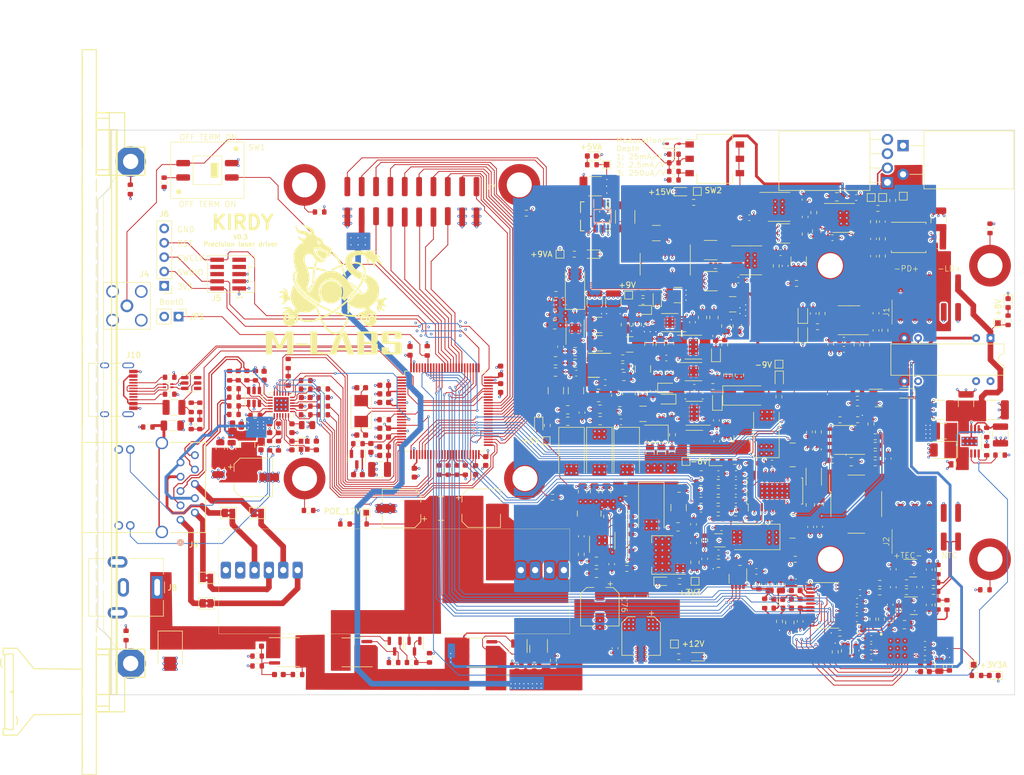
<source format=kicad_pcb>
(kicad_pcb (version 20221018) (generator pcbnew)

  (general
    (thickness 1.6)
  )

  (paper "A4")
  (layers
    (0 "F.Cu" jumper)
    (1 "In1.Cu" signal)
    (2 "In2.Cu" signal)
    (31 "B.Cu" signal)
    (32 "B.Adhes" user "B.Adhesive")
    (33 "F.Adhes" user "F.Adhesive")
    (34 "B.Paste" user)
    (35 "F.Paste" user)
    (36 "B.SilkS" user "B.Silkscreen")
    (37 "F.SilkS" user "F.Silkscreen")
    (38 "B.Mask" user)
    (39 "F.Mask" user)
    (40 "Dwgs.User" user "User.Drawings")
    (41 "Cmts.User" user "User.Comments")
    (42 "Eco1.User" user "User.Eco1")
    (43 "Eco2.User" user "User.Eco2")
    (44 "Edge.Cuts" user)
    (45 "Margin" user)
    (46 "B.CrtYd" user "B.Courtyard")
    (47 "F.CrtYd" user "F.Courtyard")
    (48 "B.Fab" user)
    (49 "F.Fab" user)
    (50 "User.1" user)
    (51 "User.2" user)
    (52 "User.3" user)
    (53 "User.4" user)
    (54 "User.5" user)
    (55 "User.6" user)
    (56 "User.7" user)
    (57 "User.8" user)
    (58 "User.9" user)
  )

  (setup
    (stackup
      (layer "F.SilkS" (type "Top Silk Screen"))
      (layer "F.Paste" (type "Top Solder Paste"))
      (layer "F.Mask" (type "Top Solder Mask") (thickness 0.01))
      (layer "F.Cu" (type "copper") (thickness 0.035))
      (layer "dielectric 1" (type "core") (thickness 0.48) (material "FR4") (epsilon_r 4.5) (loss_tangent 0.02))
      (layer "In1.Cu" (type "copper") (thickness 0.035))
      (layer "dielectric 2" (type "prepreg") (thickness 0.48) (material "FR4") (epsilon_r 4.5) (loss_tangent 0.02))
      (layer "In2.Cu" (type "copper") (thickness 0.035))
      (layer "dielectric 3" (type "core") (thickness 0.48) (material "FR4") (epsilon_r 4.5) (loss_tangent 0.02))
      (layer "B.Cu" (type "copper") (thickness 0.035))
      (layer "B.Mask" (type "Bottom Solder Mask") (thickness 0.01))
      (layer "B.Paste" (type "Bottom Solder Paste"))
      (layer "B.SilkS" (type "Bottom Silk Screen"))
      (copper_finish "ENIG")
      (dielectric_constraints no)
    )
    (pad_to_mask_clearance 0)
    (pcbplotparams
      (layerselection 0x00010fc_ffffffff)
      (plot_on_all_layers_selection 0x0000000_00000000)
      (disableapertmacros false)
      (usegerberextensions true)
      (usegerberattributes false)
      (usegerberadvancedattributes false)
      (creategerberjobfile true)
      (dashed_line_dash_ratio 12.000000)
      (dashed_line_gap_ratio 3.000000)
      (svgprecision 6)
      (plotframeref false)
      (viasonmask false)
      (mode 1)
      (useauxorigin false)
      (hpglpennumber 1)
      (hpglpenspeed 20)
      (hpglpendiameter 15.000000)
      (dxfpolygonmode true)
      (dxfimperialunits true)
      (dxfusepcbnewfont true)
      (psnegative false)
      (psa4output false)
      (plotreference false)
      (plotvalue false)
      (plotinvisibletext false)
      (sketchpadsonfab false)
      (subtractmaskfromsilk true)
      (outputformat 1)
      (mirror false)
      (drillshape 0)
      (scaleselection 1)
      (outputdirectory "gerbers")
    )
  )

  (net 0 "")
  (net 1 "+5VA")
  (net 2 "GND")
  (net 3 "Net-(U4-OUT)")
  (net 4 "Net-(U5--)")
  (net 5 "Net-(U3-VOUT_F)")
  (net 6 "Net-(C7-Pad2)")
  (net 7 "+9VA")
  (net 8 "-6V")
  (net 9 "+15V")
  (net 10 "Net-(U2-+)")
  (net 11 "Net-(U2--)")
  (net 12 "/MCU/PD_MON")
  (net 13 "Net-(C10-Pad1)")
  (net 14 "Net-(C10-Pad2)")
  (net 15 "Net-(C12-Pad1)")
  (net 16 "+3V3")
  (net 17 "Net-(U5-+)")
  (net 18 "Net-(Q2-G)")
  (net 19 "/MCU/VREF")
  (net 20 "+12V")
  (net 21 "Net-(C17-Pad2)")
  (net 22 "Net-(C24-Pad1)")
  (net 23 "Net-(C24-Pad2)")
  (net 24 "Net-(C27-Pad1)")
  (net 25 "/driveStage/PD_C")
  (net 26 "Net-(U7B-+)")
  (net 27 "-9V")
  (net 28 "IN")
  (net 29 "Net-(U9-VCAP_1)")
  (net 30 "Net-(U9-VCAP_2)")
  (net 31 "Net-(U9-PH0)")
  (net 32 "Net-(U9-PH1)")
  (net 33 "Net-(C51-Pad1)")
  (net 34 "/MCU/VDDA")
  (net 35 "Net-(U12-PGFB)")
  (net 36 "Net-(D5-A)")
  (net 37 "Net-(C81-Pad1)")
  (net 38 "Net-(D13-K)")
  (net 39 "Net-(U16-C+)")
  (net 40 "+9V")
  (net 41 "+8V")
  (net 42 "+3.3VA")
  (net 43 "/thermostat/DAC_REF")
  (net 44 "Net-(U16-C-)")
  (net 45 "Net-(D7-A)")
  (net 46 "Net-(D14-K)")
  (net 47 "/thermostat/MAXV")
  (net 48 "/thermostat/MAXIP")
  (net 49 "/thermostat/MAXIN")
  (net 50 "Net-(U11-EN{slash}UV)")
  (net 51 "Net-(U17-EN{slash}UV)")
  (net 52 "Net-(U13-EN{slash}UV)")
  (net 53 "/MCU/TEC_ISEN")
  (net 54 "Net-(U15-EN{slash}UV)")
  (net 55 "/thermostat/TEC_VREF")
  (net 56 "Net-(U14-EN{slash}UV)")
  (net 57 "Net-(U11-SET)")
  (net 58 "Net-(U17-SET)")
  (net 59 "+5V")
  (net 60 "Net-(U12-SET)")
  (net 61 "Net-(U13-SET)")
  (net 62 "Net-(U14-SET)")
  (net 63 "Net-(U15-SET)")
  (net 64 "Net-(C119-Pad1)")
  (net 65 "Net-(U19-CS)")
  (net 66 "Net-(U19-CTLI)")
  (net 67 "Net-(U19-OS2)")
  (net 68 "Net-(U19-COMP)")
  (net 69 "Net-(C132-Pad1)")
  (net 70 "Net-(U21-+)")
  (net 71 "Net-(C144-Pad2)")
  (net 72 "Net-(C145-Pad2)")
  (net 73 "/Ehternet/AVDDT_PHY")
  (net 74 "/Ehternet/ETH_SHIELD")
  (net 75 "Net-(U22-REFOUT)")
  (net 76 "Net-(C151-Pad2)")
  (net 77 "/MCU/RST")
  (net 78 "Net-(C152-Pad2)")
  (net 79 "/thermostat/TEC+")
  (net 80 "/thermostat/TEC-")
  (net 81 "Net-(U22-REGCAPD)")
  (net 82 "/MCU/USB_DP")
  (net 83 "/MCU/USB_DN")
  (net 84 "/MCU/SWDIO")
  (net 85 "/MCU/SWCLK")
  (net 86 "Net-(U22-REGCAPA)")
  (net 87 "/digital supply/+12V_Barrel_Jack")
  (net 88 "Net-(Q4-G)")
  (net 89 "Net-(U23-REGCAPA)")
  (net 90 "Net-(U23-REGCAPD)")
  (net 91 "Net-(Q3-G)")
  (net 92 "Net-(C176-Pad2)")
  (net 93 "Net-(C177-Pad1)")
  (net 94 "/driveStage/LD-")
  (net 95 "/thermostat/NTC+")
  (net 96 "/thermostat/NTC-")
  (net 97 "Net-(U26-BOOT)")
  (net 98 "Net-(C181-Pad2)")
  (net 99 "Net-(U26-VIN)")
  (net 100 "Net-(U25-VI)")
  (net 101 "Net-(FL2-Pad4)")
  (net 102 "Net-(FL2-Pad1)")
  (net 103 "Net-(C194-Pad1)")
  (net 104 "/MCU/PWM_MAXV")
  (net 105 "/MCU/PWM_MAXIP")
  (net 106 "/MCU/PWM_MAXIN")
  (net 107 "Net-(U26-SS{slash}TR)")
  (net 108 "Net-(U26-COMP)")
  (net 109 "Net-(C199-Pad1)")
  (net 110 "/MCU/TEC_VSEN")
  (net 111 "/Ehternet/POE_VC2-")
  (net 112 "/Ehternet/POE_VC1-")
  (net 113 "/MCU/POE_PWR_SRC")
  (net 114 "/Ehternet/RMII_RXD0")
  (net 115 "/Ehternet/POE_VC2+")
  (net 116 "/Ehternet/RMII_RXD1")
  (net 117 "/Ehternet/POE_VC1+")
  (net 118 "/Ehternet/RMII_CRS_DV")
  (net 119 "/Ehternet/RMII_REF_CLK")
  (net 120 "/Ehternet/RMII_MDIO")
  (net 121 "Net-(J9-Pad11)")
  (net 122 "/Ehternet/ETH_LED_1")
  (net 123 "Net-(J9-Pad13)")
  (net 124 "/Ehternet/PHY_TD_P")
  (net 125 "/Ehternet/PHY_TD_N")
  (net 126 "/Ehternet/PHY_RD_P")
  (net 127 "/Ehternet/PHY_RD_N")
  (net 128 "/Ehternet/ETH_LED_2")
  (net 129 "unconnected-(J10-SBU2-PadB8)")
  (net 130 "Net-(J10-CC2)")
  (net 131 "/MCU/USB_VBUS")
  (net 132 "/MCU/LDAC_LOAD")
  (net 133 "/MCU/LDAC_CLK")
  (net 134 "/MCU/LDAC_MOSI")
  (net 135 "/MCU/LDAC_CS")
  (net 136 "/MCU/TADC_SYNC")
  (net 137 "/MCU/TADC_MISO")
  (net 138 "/MCU/TDAC_MOSI")
  (net 139 "/MCU/TADC_CLK")
  (net 140 "/MCU/TDAC_CLK")
  (net 141 "/MCU/TADC_CS")
  (net 142 "/MCU/TDAC_SYNC")
  (net 143 "/MCU/TADC_MOSI")
  (net 144 "unconnected-(J10-SBU1-PadA8)")
  (net 145 "Net-(J10-CC1)")
  (net 146 "Net-(JP1-A)")
  (net 147 "Net-(JP2-B)")
  (net 148 "Net-(JP3-B)")
  (net 149 "Net-(JP4-B)")
  (net 150 "Net-(JP5-B)")
  (net 151 "Net-(U28-VDDCR)")
  (net 152 "Net-(Q9-E)")
  (net 153 "Net-(Q1-G)")
  (net 154 "Net-(Q2-S-Pad1)")
  (net 155 "Net-(U28-XTAL2)")
  (net 156 "Net-(Q5-G)")
  (net 157 "/Ehternet/RMII_MDC")
  (net 158 "/Ehternet/PHY_NRST")
  (net 159 "Net-(Q6-B)")
  (net 160 "Net-(Q7-B)")
  (net 161 "Net-(U28-XTAL1)")
  (net 162 "Net-(Q9-B)")
  (net 163 "Net-(D1-A)")
  (net 164 "/Ehternet/RMII_TX_EN")
  (net 165 "/Ehternet/RMII_TXD0")
  (net 166 "/Ehternet/RMII_TXD1")
  (net 167 "Net-(D2-A2)")
  (net 168 "Net-(D6-A)")
  (net 169 "Net-(D8-A)")
  (net 170 "Net-(D9-A)")
  (net 171 "Net-(D10-A)")
  (net 172 "Net-(FB10-Pad1)")
  (net 173 "Net-(U29-VBUS)")
  (net 174 "Net-(U19-OS1)")
  (net 175 "unconnected-(J5-Pin_6-Pad6)")
  (net 176 "Net-(U10-SET)")
  (net 177 "unconnected-(J5-Pin_7-Pad7)")
  (net 178 "Net-(U20B--)")
  (net 179 "unconnected-(J5-Pin_8-Pad8)")
  (net 180 "unconnected-(J5-Pin_9-Pad9)")
  (net 181 "Net-(L5-Pad1)")
  (net 182 "Net-(L6-Pad1)")
  (net 183 "unconnected-(K1-Pad14)")
  (net 184 "Net-(U20A-+)")
  (net 185 "Net-(U20A--)")
  (net 186 "Net-(Q8-B)")
  (net 187 "Net-(R10-Pad2)")
  (net 188 "Net-(R11-Pad2)")
  (net 189 "Net-(U1--)")
  (net 190 "Net-(R24-Pad2)")
  (net 191 "unconnected-(R24-Pad3)")
  (net 192 "Net-(U7B--)")
  (net 193 "Net-(U8-OUT)")
  (net 194 "Net-(U9-PE8)")
  (net 195 "Net-(U9-PE9)")
  (net 196 "Net-(U9-PE10)")
  (net 197 "Net-(U9-PE11)")
  (net 198 "Net-(R42-Pad1)")
  (net 199 "Net-(U12-ILIM)")
  (net 200 "Net-(U18-VFB)")
  (net 201 "Net-(R74-Pad2)")
  (net 202 "Net-(U21--)")
  (net 203 "Net-(U22-AIN0)")
  (net 204 "Net-(U22-AIN1)")
  (net 205 "Net-(U23-AIN0{slash}REF2-)")
  (net 206 "Net-(U23-AIN1{slash}REF2+)")
  (net 207 "/MCU/LD_EN")
  (net 208 "Net-(U26-EN)")
  (net 209 "Net-(U26-VSENSE)")
  (net 210 "Net-(U26-RT{slash}CLK)")
  (net 211 "Net-(U28-RXD0)")
  (net 212 "/MCU/TEC_~{SHDN}")
  (net 213 "/MCU/~{LD_SHORT}")
  (net 214 "Net-(U28-RXD1)")
  (net 215 "Net-(U28-CRS_DV)")
  (net 216 "Net-(U28-nINT)")
  (net 217 "Net-(U28-RXER)")
  (net 218 "Net-(U28-RBIAS)")
  (net 219 "Net-(R140-Pad2)")
  (net 220 "Net-(R141-Pad1)")
  (net 221 "Net-(U1-+)")
  (net 222 "Net-(U3-VOUT_S)")
  (net 223 "unconnected-(U4-RFB-Pad1)")
  (net 224 "12Vin")
  (net 225 "unconnected-(U4-NC-Pad9)")
  (net 226 "unconnected-(U4-INV-Pad13)")
  (net 227 "unconnected-(U9-PE2-Pad1)")
  (net 228 "unconnected-(U9-PE3-Pad2)")
  (net 229 "unconnected-(U9-PE4-Pad3)")
  (net 230 "unconnected-(U10-ILIM-Pad5)")
  (net 231 "unconnected-(U11-PG-Pad4)")
  (net 232 "unconnected-(U12-PG-Pad5)")
  (net 233 "unconnected-(U9-PE5-Pad4)")
  (net 234 "unconnected-(U9-PE6-Pad5)")
  (net 235 "unconnected-(U14-PG-Pad4)")
  (net 236 "unconnected-(U15-PG-Pad4)")
  (net 237 "unconnected-(U9-PC13-Pad7)")
  (net 238 "unconnected-(U9-PC14-Pad8)")
  (net 239 "unconnected-(U9-PC15-Pad9)")
  (net 240 "unconnected-(U9-PC0-Pad15)")
  (net 241 "unconnected-(U9-PC2-Pad17)")
  (net 242 "unconnected-(U9-PB2-Pad37)")
  (net 243 "unconnected-(U9-PE7-Pad38)")
  (net 244 "unconnected-(U9-PE12-Pad43)")
  (net 245 "unconnected-(U9-PE13-Pad44)")
  (net 246 "unconnected-(U9-PE14-Pad45)")
  (net 247 "unconnected-(U9-PE15-Pad46)")
  (net 248 "unconnected-(U9-PA8-Pad67)")
  (net 249 "unconnected-(U9-PA10-Pad69)")
  (net 250 "unconnected-(U9-PB9-Pad96)")
  (net 251 "unconnected-(U9-PE0-Pad97)")
  (net 252 "unconnected-(U9-PE1-Pad98)")
  (net 253 "unconnected-(U13-PG-Pad5)")
  (net 254 "unconnected-(U15-VIOC-Pad7)")
  (net 255 "unconnected-(U16-NC-Pad1)")
  (net 256 "unconnected-(U16-NC-Pad3)")
  (net 257 "unconnected-(U16-NC-Pad6)")
  (net 258 "unconnected-(U16-NC-Pad7)")
  (net 259 "unconnected-(U16-NC-Pad12)")
  (net 260 "unconnected-(U17-PG-Pad4)")
  (net 261 "Net-(U19-ITEC)")
  (net 262 "unconnected-(U22-XTAL1-Pad9)")
  (net 263 "unconnected-(U22-XTAL2{slash}CLKIO-Pad10)")
  (net 264 "/Ehternet/RJ45_RD_N")
  (net 265 "/Ehternet/RJ45_RD_P")
  (net 266 "/Ehternet/RJ45_TD_N")
  (net 267 "/Ehternet/RJ45_TD_P")
  (net 268 "/thermostat/ADC1_REF")
  (net 269 "/thermostat/ADC1_A3V3")
  (net 270 "/thermostat/ADC1_D3V3")
  (net 271 "/thermostat/ADC2_D3V3")
  (net 272 "/thermostat/ADC2_A3V3")
  (net 273 "/thermostat/ADC2_REF")
  (net 274 "unconnected-(U22-GPIO0-Pad19)")
  (net 275 "unconnected-(U22-GPIO1-Pad20)")
  (net 276 "Net-(C126-Pad1)")
  (net 277 "unconnected-(U23-DNC-Pad3)")
  (net 278 "unconnected-(U23-PDSW-Pad8)")
  (net 279 "unconnected-(U23-XTAL1-Pad9)")
  (net 280 "unconnected-(U23-XTAL2{slash}CLKIO-Pad10)")
  (net 281 "unconnected-(U23-~{ERROR}-Pad15)")
  (net 282 "unconnected-(U23-GPIO0-Pad20)")
  (net 283 "unconnected-(U23-GPIO1-Pad21)")
  (net 284 "unconnected-(U23-GPIO2-Pad22)")
  (net 285 "unconnected-(U23-AIN2-Pad23)")
  (net 286 "Net-(C208-Pad1)")
  (net 287 "Net-(R7-Pad2)")
  (net 288 "unconnected-(U23-AIN3-Pad24)")
  (net 289 "unconnected-(U23-AIN4-Pad25)")
  (net 290 "unconnected-(U23-AIN5-Pad26)")
  (net 291 "unconnected-(U23-AIN6-Pad27)")
  (net 292 "unconnected-(U23-AIN7-Pad28)")
  (net 293 "unconnected-(U23-AIN8-Pad29)")
  (net 294 "/MCU/TERM_STAT")
  (net 295 "Net-(MH1-Pad1)")
  (net 296 "Net-(MH1-Pad2)")
  (net 297 "/thermostat/TEC_REF")
  (net 298 "Net-(D12-A)")
  (net 299 "Net-(D13-A)")
  (net 300 "unconnected-(U23-GPO3-Pad30)")
  (net 301 "Net-(D15-A)")
  (net 302 "unconnected-(U24-NC-Pad1)")
  (net 303 "unconnected-(U24-NC-Pad2)")
  (net 304 "unconnected-(U26-PWRGD-Pad14)")
  (net 305 "Net-(D19-A)")
  (net 306 "Net-(D20-A)")
  (net 307 "Net-(D21-A)")
  (net 308 "Net-(D11-A)")
  (net 309 "/digital supply/POE_12V")
  (net 310 "unconnected-(U29-I{slash}O3-Pad4)")
  (net 311 "unconnected-(U29-I{slash}O4-Pad6)")
  (net 312 "Net-(H2-Pad1)")
  (net 313 "Net-(H1-Pad1)")
  (net 314 "Net-(H4-Pad1)")
  (net 315 "Net-(H3-Pad1)")
  (net 316 "Net-(H5-Pad1)")
  (net 317 "Net-(H6-Pad1)")
  (net 318 "Net-(H7-Pad1)")
  (net 319 "Net-(H8-Pad1)")
  (net 320 "/MCU/PC9")
  (net 321 "/MCU/PC8")
  (net 322 "/MCU/PC7")
  (net 323 "/MCU/PD1")
  (net 324 "/MCU/PC6")
  (net 325 "/MCU/PD2")
  (net 326 "/MCU/PD15")
  (net 327 "/MCU/PD3")
  (net 328 "/MCU/PD14")
  (net 329 "/MCU/PD4")
  (net 330 "/MCU/PD13")
  (net 331 "/MCU/PD5")
  (net 332 "/MCU/PD12")
  (net 333 "/MCU/PD6")
  (net 334 "/MCU/PD11")
  (net 335 "/MCU/PD10")

  (footprint "Resistor_SMD:R_0603_1608Metric" (layer "F.Cu") (at 34.544 45.8338 180))

  (footprint "Resistor_SMD:R_0603_1608Metric" (layer "F.Cu") (at 56.4434 93.4499 90))

  (footprint "Capacitor_SMD:C_0603_1608Metric" (layer "F.Cu") (at 79.65 38.35 -90))

  (footprint "Capacitor_SMD:C_0603_1608Metric" (layer "F.Cu") (at 34.544 47.3578))

  (footprint "Capacitor_SMD:C_0603_1608Metric" (layer "F.Cu") (at 138.5316 80.9498 90))

  (footprint "Package_TO_SOT_SMD:SOT-23" (layer "F.Cu") (at 50.2882 91.3874 -90))

  (footprint "Capacitor_SMD:C_0805_2012Metric" (layer "F.Cu") (at 103.4288 76.5556 -90))

  (footprint "Inductor_SMD:L_1210_3225Metric" (layer "F.Cu") (at 47.617 60.0964))

  (footprint "Capacitor_SMD:C_0603_1608Metric" (layer "F.Cu") (at 104.4956 63.9706 180))

  (footprint "Resistor_SMD:R_0603_1608Metric" (layer "F.Cu") (at 118.3 47.2 -90))

  (footprint "Resistor_SMD:R_0603_1608Metric" (layer "F.Cu") (at 73.6 14.7 180))

  (footprint "Capacitor_SMD:C_0805_2012Metric" (layer "F.Cu") (at 107.6 76.7))

  (footprint "Capacitor_SMD:C_0603_1608Metric" (layer "F.Cu") (at 137.6328 58.1658 90))

  (footprint "Package_QFP:LQFP-100_14x14mm_P0.5mm" (layer "F.Cu") (at 59.182 49.7798))

  (footprint "Capacitor_SMD:C_0603_1608Metric" (layer "F.Cu") (at 104.4956 67.1332 180))

  (footprint "Resistor_SMD:R_0603_1608Metric" (layer "F.Cu") (at 33.0955 96.414))

  (footprint "Capacitor_SMD:C_0805_2012Metric" (layer "F.Cu") (at 78.75 42.85))

  (footprint "Resistor_SMD:R_0603_1608Metric" (layer "F.Cu") (at 37.6308 47.3578 180))

  (footprint "Inductor_SMD:L_1008_2520Metric" (layer "F.Cu") (at 91.7448 46.6344 -90))

  (footprint "Capacitor_SMD:C_0603_1608Metric" (layer "F.Cu") (at 110.6875 60.8397))

  (footprint "Capacitor_SMD:C_0805_2012Metric" (layer "F.Cu") (at 94.1832 46.3922 -90))

  (footprint "Resistor_SMD:R_0603_1608Metric" (layer "F.Cu") (at 115.7754 83.822 -90))

  (footprint "Resistor_SMD:R_0603_1608Metric" (layer "F.Cu") (at 37.6308 45.8338 180))

  (footprint "Resistor_SMD:R_0603_1608Metric" (layer "F.Cu") (at 129.075 89.1 180))

  (footprint "Resistor_SMD:R_0603_1608Metric" (layer "F.Cu") (at 104.4956 62.3984))

  (footprint "Resistor_SMD:R_0603_1608Metric" (layer "F.Cu") (at 78.36 93.918 90))

  (footprint "Capacitor_SMD:C_0603_1608Metric" (layer "F.Cu") (at 135.0256 22.3134 -90))

  (footprint "Capacitor_SMD:C_0603_1608Metric" (layer "F.Cu") (at 99.3394 50.1786 90))

  (footprint "Diode_SMD:D_SMB" (layer "F.Cu") (at 10.5615 92.364 -90))

  (footprint "Capacitor_SMD:C_0603_1608Metric" (layer "F.Cu") (at 78.8126 32.7046 180))

  (footprint "Resistor_SMD:R_0603_1608Metric" (layer "F.Cu") (at 21.844 50.355))

  (footprint "Resistor_SMD:R_0603_1608Metric" (layer "F.Cu") (at 155.65 17.4 -90))

  (footprint "Resistor_SMD:R_0603_1608Metric" (layer "F.Cu") (at 132.1793 46.6024))

  (footprint "Capacitor_SMD:C_0805_2012Metric" (layer "F.Cu") (at 82.2198 41.2662 180))

  (footprint "Package_SO:SOIC-8-1EP_3.9x4.9mm_P1.27mm_EP2.29x3mm" (layer "F.Cu") (at 118.325 13.585))

  (footprint "Capacitor_SMD:C_0805_2012Metric" (layer "F.Cu") (at 86.0044 76.3524 180))

  (footprint "Package_TO_SOT_SMD:SOT-23-6" (layer "F.Cu") (at 25.4 47.2562 90))

  (footprint "Resistor_SMD:R_0603_1608Metric" (layer "F.Cu") (at 158.85 33.675 -90))

  (footprint "LED_SMD:LED_0603_1608Metric" (layer "F.Cu") (at 96.774 29.718 90))

  (footprint "Connector_BarrelJack:BarrelJack_CUI_PJ-063AH_Horizontal" (layer "F.Cu") (at 8.25 80.9732 -90))

  (footprint "TestPoint:TestPoint_Pad_1.0x1.0mm" (layer "F.Cu") (at 77.1 55 180))

  (footprint "Capacitor_SMD:C_1812_4532Metric" (layer "F.Cu") (at 156.2338 49.5436))

  (footprint "Resistor_SMD:R_0603_1608Metric" (layer "F.Cu") (at 136.144 81.788))

  (footprint "Capacitor_SMD:C_0603_1608Metric" (layer "F.Cu")
    (tstamp 1659fee2-7944-43c5-940b-bd833df9c6f1)
    (at 144.137 91.059)
    (descr "Capacitor SMD 0603 (1608 Metric), square (rectangular) end terminal, IPC_7351 nominal, (Body size source: IPC-SM-782 page 76, https://www.pcb-3d.com/wordpress/wp-content/uploads/ipc-sm-782a_amendment_1_and_2.pdf), generated with kicad-footprint-generator")
    (tags "capacitor")
    (property "MFR_PN" "CL10B105KA8NNNC")
    (property "MFR_PN_ALT" "CGA3E1X7R1E105K080AC")
    (property "Sheetfile" "thermostat.kicad_sch")
    (property "Sheetname" "thermostat")
    (property "dnp" "")
    (property "ki_description" "Unpolarized capacitor")
    (property "ki_keywords" "cap capacitor")
    (path "/bda728c0-b189-4e05-8d4f-58a38acf883b/affb5156-15d1-4ad0-b5c1-8c16048566da")
    (attr smd)
    (fp_text reference "C173" (at 0 -1.43) (layer "F.SilkS") hide
        (effects (font (size 1 1) (thickness 0.15)))
      (tstamp b9472ce7-6b1f-46bf-9cef-9c67931a6a99)
    )
    (fp_text value "1u" (at 0 1.43) (layer "F.Fab")
        (effects (font (size 1 1) (thickness 0.15)))
      (tstamp 9ed96773-f8bc-48d8-a3f9-9de9720dd41e)
    )
    (fp_text user "${REFERENCE}" (at 0 0) (layer "F.Fab")
        (effects (font (size 0.4 0.4) (thickness 0.06)))
      (tstamp 7da7e0e1-a000-475d-8873-a721b845d97e)
    )
    (fp_line (start -0.14058 -0.51) (end 0.14058 -0.51)
      (stroke (width 0.12) (type solid)) (layer "F.SilkS") (tstamp 7732a5e0-ebc5-4382-bb49-b39baed3abed))
    (fp_line (start -0.14058 0.51) (end 0.14058 0.51)
      (stroke (width 0.12) (type solid)) (layer "F.SilkS") (tstamp 5b134ca2-789b-4a64-8182-78cd1ff153bf))
    (fp_line (start -1.48 -0.73) (end 1.48 -0.73)
      (stroke (width 0.05) (type solid)) (layer "F.CrtYd") (tstamp 9ae6f399-8b83-4cd1-8fd6-f09dcb5356e5))
    (fp_line (start -1.48 0.73) (end -1.48 -0.73)
      (stroke (width 0.05) (type solid)) (layer "F.CrtYd") (tstamp 2836024b-b326-49fb-b647-0db1d5083f49))
    (fp_line (start 1.48 -0.73) (end 1.48 0.73)
      (stroke (width 0.05) (type solid)) (layer "F.CrtYd") (tstamp 221d4a7f-7660-4251-8ac2-71f81edf8c8d))
    (fp_line (start 1.48 0.73) (end -1.48 0.73)
      (stroke (width 0.05) (type solid)) (layer "F.CrtYd") (tstamp cf0a3d49-36e5-456c-a584-1997f0841408))
    (fp_line (start -0.8 -0.4) (end 0.8 -0.4)
      (stroke (width 0.1) (type solid)) (layer "F.Fab") (tstamp 65792efa-77af-4852-b8b4-bfaadffc03db))
    (fp_line (start -0.8 0.4) (end -0.8 -0.4)
      (stroke (width 0.1) (type solid
... [5860482 chars truncated]
</source>
